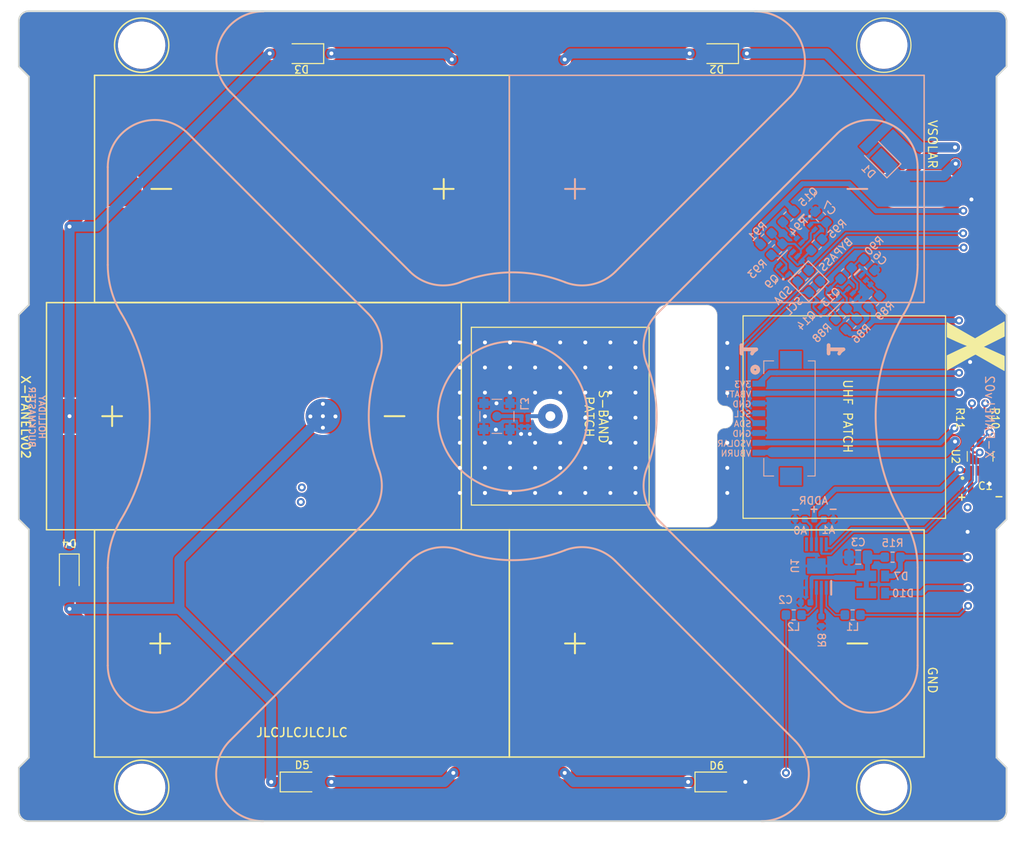
<source format=kicad_pcb>
(kicad_pcb (version 20221018) (generator pcbnew)
  (layers (0 "F.Cu" signal) (1 "In1.Cu" signal) (2 "In2.Cu" signal) (3 "In3.Cu" signal) (4 "In4.Cu" signal) (31 "B.Cu" signal) (34 "B.Paste" user) (35 "F.Paste" user) (36 "B.SilkS" user "B.Silkscreen") (37 "F.SilkS" user "F.Silkscreen") (38 "B.Mask" user) (39 "F.Mask" user) (44 "Edge.Cuts" user))
  (net 0 "")
  (net 1 "GND")
  (net 2 "Net-(AE1-A)")
  (net 3 "SDA")
  (net 4 "SCL")
  (net 5 "+3.3V")
  (net 6 "Net-(D10-K)")
  (net 7 "/torque-coil")
  (net 8 "Net-(J2-In)")
  (net 9 "Net-(Q13B-G1)")
  (net 10 "Net-(Q15A-G2)")
  (net 11 "Net-(D1-A)")
  (net 12 "Net-(D2-A)")
  (net 13 "Net-(D3-A)")
  (net 14 "Net-(D4-A)")
  (net 15 "Net-(D5-A)")
  (net 16 "Net-(U1-OUT2)")
  (net 17 "/VBURN")
  (net 18 "Net-(J1-PadMP1)")
  (net 19 "VBATT")
  (net 20 "Net-(U1-OUT1)")
  (net 21 "Net-(Q15B-D2)")
  (net 22 "Net-(Q9A-B1)")
  (net 23 "Net-(Q13A-G2)")
  (net 24 "/VSOLAR")
  (net 25 "Net-(Q13A-D1)")
  (net 26 "Net-(Q14A-B1)")
  (net 27 "Net-(Q15A-D1)")
  (net 28 "SDA1_b4iso")
  (net 29 "SCL1_b4iso")
  (net 30 "Net-(U2-ADDR_SEL)")
  (net 31 "Net-(U1-A1)")
  (net 32 "Net-(U1-A0)")
  (net 33 "Net-(U1-ISENSE)")
  (footprint "Diode_SMD:D_PowerDI-123" (layer "F.Cu") (at 169.164 68.29552 180)
    (fp_text reference "D2")
    (fp_text value "SBD")
  )
  (footprint "Diode_SMD:D_PowerDI-123" (layer "F.Cu") (at 127.164 68.29552 180)
    (fp_text reference "D3")
    (fp_text value "SBD")
  )
  (footprint "Diode_SMD:D_PowerDI-123" (layer "F.Cu") (at 103.6066 121.158 -90)
    (fp_text reference "D4")
    (fp_text value "SBD")
  )
  (footprint "custom-footprints:SM141K06L" (layer "F.Cu") (at 127.164 128.016 180)
    (fp_text reference "SC5" hide)
    (fp_text value "SM141K06L")
  )
  (footprint "custom-footprints:SM141K06L" (layer "F.Cu") (at 122.301 105.0036 180)
    (fp_text reference "SC3" hide)
    (fp_text value "SM141K06L")
  )
  (footprint "Diode_SMD:D_PowerDI-123" (layer "F.Cu") (at 127.164 142.0368)
    (fp_text reference "D5")
    (fp_text value "SBD")
  )
  (footprint "Fiducial:Fiducial_0.75mm_Mask1.5mm" (layer "F.Cu") (at 197.2056 65.3796)
    (fp_text reference "FID1" hide)
    (fp_text value "Fiducial")
  )
  (footprint "Fiducial:Fiducial_0.75mm_Mask1.5mm" (layer "F.Cu") (at 99.9236 65.278)
    (fp_text reference "FID2" hide)
    (fp_text value "Fiducial")
  )
  (footprint "Fiducial:Fiducial_0.75mm_Mask1.5mm" (layer "F.Cu") (at 99.6696 144.78)
    (fp_text reference "FID3" hide)
    (fp_text value "Fiducial")
  )
  (footprint "custom-footprints:SM141K06L" (layer "F.Cu") (at 127.164 81.9912)
    (fp_text reference "SC2" hide)
    (fp_text value "SM141K06L")
  )
  (footprint "custom-footprints:SM141K06L" (layer "F.Cu") (at 169.164 128.016 180)
    (fp_text reference "SC6" hide)
    (fp_text value "SM141K06L")
  )
  (footprint "custom-footprints:SXP.18.4.A.02" (layer "F.Cu") (at 152.3187 105.0036)
    (fp_text reference "AE1" hide)
    (fp_text value "SXP.18.4.A.02")
  )
  (footprint "MountingHole:MountingHole_4.3mm_M4" (layer "F.Cu") (at 110.937827 67.438381)
    (fp_text reference "H1" hide)
    (fp_text value "MountingHole")
  )
  (footprint "MountingHole:MountingHole_4.3mm_M4" (layer "F.Cu") (at 186.079825 67.438381)
    (fp_text reference "H2" hide)
    (fp_text value "MountingHole")
  )
  (footprint "MountingHole:MountingHole_4.3mm_M4" (layer "F.Cu") (at 186.079825 142.580381)
    (fp_text reference "H3" hide)
    (fp_text value "MountingHole")
  )
  (footprint "MountingHole:MountingHole_4.3mm_M4" (layer "F.Cu") (at 110.937827 142.580381)
    (fp_text reference "H4" hide)
    (fp_text value "MountingHole")
  )
  (footprint "Diode_SMD:D_PowerDI-123" (layer "F.Cu") (at 169.164 142.0368)
    (fp_text reference "D6")
    (fp_text value "SBD")
  )
  (footprint "Resistor_SMD:R_0402_1005Metric" (layer "F.Cu") (at 196.2785 113.18748 180)
    (fp_text reference "R2" hide)
    (fp_text value "0")
  )
  (footprint "Capacitor_SMD:C_0402_1005Metric" (layer "F.Cu") (at 194.3735 112.04448 180)
    (fp_text reference "C1")
    (fp_text value "0.1uF")
  )
  (footprint "custom-footprints:TSL2561" (layer "F.Cu") (at 195.8315 109.07268 90)
    (fp_text reference "U2")
    (fp_text value "TSL2561" hide)
  )
  (footprint "Resistor_SMD:R_0402_1005Metric" (layer "F.Cu") (at 195.3095 113.18748 180)
    (fp_text reference "R1" hide)
    (fp_text value "0")
  )
  (footprint "Resistor_SMD:R_0402_1005Metric" (layer "F.Cu") (at 196.2785 105.283 90)
    (fp_text reference "R10")
    (fp_text value "10K")
  )
  (footprint "Resistor_SMD:R_0402_1005Metric" (layer "F.Cu") (at 194.945 105.283 90)
    (fp_text reference "R11")
    (fp_text value "10K")
  )
  (footprint "custom-footprints:xpanel" (layer "F.Cu") (at 195.3895 97.917 90)
    (fp_text reference "Ref**" hide)
    (fp_text value "Val**" hide)
  )
  (footprint "custom-footprints:SM141K06L" (layer "B.Cu") (at 169.164 81.9912 180)
    (fp_text reference "SC1" hide)
    (fp_text value "SM141K06L")
  )
  (footprint "custom-footprints:0734152063" (layer "B.Cu") (at 146.90598 105.01884)
    (fp_text reference "J2" hide)
    (fp_text value "MMCX_SMD" hide)
  )
  (footprint "Capacitor_SMD:C_0201_0603Metric" (layer "B.Cu") (at 149.3876 105.7021 -90)
    (fp_text reference "C4" hide)
    (fp_text value "TBD")
  )
  (footprint "Capacitor_SMD:C_0201_0603Metric" (layer "B.Cu") (at 150.0276 105.7021 -90)
    (fp_text reference "C5" hide)
    (fp_text value "TBD")
  )
  (footprint "Inductor_SMD:L_0201_0603Metric" (layer "B.Cu") (at 149.7076 105.0036 180)
    (fp_text reference "L3")
    (fp_text value "TBD")
  )
  (footprint "custom-footprints:XF3M108151B" (layer "B.Cu") (at 173.9265 104.2035 -90)
    (fp_text reference "J1" hide)
    (fp_text value "XF3M(1)-0815-1B" hide)
  )
  (footprint "Diode_SMD:D_PowerDI-123" (layer "B.Cu") (at 185.547 78.613 135)
    (fp_text reference "D1")
    (fp_text value "SBD")
  )
  (footprint "custom-footprints:DRV8830DGQR" (layer "B.Cu") (at 179.25476 120.17448 90)
    (fp_text reference "U1")
    (fp_text value "DRV8830DGQR" hide)
  )
  (footprint "Resistor_SMD:R_0402_1005Metric" (layer "B.Cu") (at 179.75476 125.76248 90)
    (fp_text reference "R8")
    (fp_text value "0")
  )
  (footprint "Resistor_SMD:R_0402_1005Metric" (layer "B.Cu") (at 178.55946 115.443)
    (fp_text reference "R5" hide)
    (fp_text value "0")
  )
  (footprint "Capacitor_SMD:C_0805_2012Metric" (layer "B.Cu") (at 183.4896 119.2784 180)
    (fp_text reference "C3")
    (fp_text value "10uF")
  )
  (footprint "Inductor_SMD:L_0603_1608Metric" (layer "B.Cu") (at 176.95606 125.12748)
    (fp_text reference "L2")
    (fp_text value "TBD")
  )
  (footprint "Capacitor_SMD:C_0402_1005Metric" (layer "B.Cu") (at 178.16256 123.85748 180)
    (fp_text reference "C2")
    (fp_text value "0.1uF")
  )
  (footprint "Inductor_SMD:L_0603_1608Metric" (layer "B.Cu") (at 182.92506 125.12748 180)
    (fp_text reference "L1")
    (fp_text value "TBD")
  )
  (footprint "Resistor_SMD:R_0603_1608Metric" (layer "B.Cu") (at 186.9694 119.2784 180)
    (fp_text reference "R15")
    (fp_text value "0")
  )
  (footprint "custom-footprints:SOD-323HE" (layer "B.Cu") (at 184.8612 122.9106)
    (fp_text reference "D10")
    (fp_text value "SBD")
  )
  (footprint "custom-footprints:SOD-323HE" (layer "B.Cu") (at 184.8612 121.1834)
    (fp_text reference "D7")
    (fp_text value "SBD")
  )
  (footprint "Resistor_SMD:R_0603_1608Metric" (layer "B.Cu") (at 176.42089 84.789697 45)
    (fp_text reference "R94")
    (fp_text value "10K")
  )
  (footprint "Resistor_SMD:R_0603_1608Metric" (layer "B.Cu") (at 174.173816 87.036771 45)
    (fp_text reference "R91")
    (fp_text value "10K")
  )
  (footprint "Resistor_SMD:R_0402_1005Metric" (layer "B.Cu") (at 180.48986 115.443 180)
    (fp_text reference "R6" hide)
    (fp_text value "0")
  )
  (footprint "Resistor_SMD:R_0402_1005Metric" (layer "B.Cu") (at 179.52466 115.443 180)
    (fp_text reference "R4" hide)
    (fp_text value "0")
  )
  (footprint "Resistor_SMD:R_0402_1005Metric" (layer "B.Cu") (at 177.59426 115.443)
    (fp_text reference "R7" hide)
    (fp_text value "0")
  )
  (footprint "Resistor_SMD:R_0603_1608Metric" (layer "B.Cu") (at 179.276612 87.645419 -135)
    (fp_text reference "R95")
    (fp_text value "100K")
  )
  (footprint "Capacitor_SMD:C_0603_1608Metric" (layer "B.Cu") (at 179.705 84.835999 135)
    (fp_text reference "C7")
    (fp_text value "10nF")
  )
  (footprint "custom-footprints:BSS138DWQ-7" (layer "B.Cu") (at 177.947534 86.31634 -135)
    (fp_text reference "Q15")
    (fp_text value "BSS138DWQ-7" hide)
  )
  (footprint "custom-footprints:BSS138DWQ-7" (layer "B.Cu") (at 183.602422 91.884961 -135)
    (fp_text reference "Q13")
    (fp_text value "BSS138DWQ-7" hide)
  )
  (footprint "Package_TO_SOT_SMD:SOT-363_SC-70-6" (layer "B.Cu") (at 176.641759 89.504714 45)
    (fp_text reference "Q9")
    (fp_text value "MBT2222ADW1T1")
  )
  (footprint "Package_TO_SOT_SMD:SOT-363_SC-70-6" (layer "B.Cu") (at 180.370193 93.233148 45)
    (fp_text reference "Q14")
    (fp_text value "MBT2222ADW1T1")
  )
  (footprint "Resistor_SMD:R_0603_1608Metric" (layer "B.Cu") (at 175.26 88.1126 45)
    (fp_text reference "R93")
    (fp_text value "600")
  )
  (footprint "Resistor_SMD:R_0603_1608Metric" (layer "B.Cu") (at 177.927 90.804999 45)
    (fp_text reference "R80" hide)
    (fp_text value "0")
  )
  (footprint "Resistor_SMD:R_0603_1608Metric" (layer "B.Cu") (at 179.07 91.8845 45)
    (fp_text reference "R79" hide)
    (fp_text value "0")
  )
  (footprint "Capacitor_SMD:C_0603_1608Metric" (layer "B.Cu") (at 184.5945 89.662 -45)
    (fp_text reference "C6")
    (fp_text value "10nF")
  )
  (footprint "Resistor_SMD:R_0603_1608Metric" (layer "B.Cu") (at 181.771113 94.634068 -135)
    (fp_text reference "R88")
    (fp_text value "600")
  )
  (footprint "Resistor_SMD:R_0603_1608Metric" (layer "B.Cu") (at 182.785923 95.648878 45)
    (fp_text reference "R86")
    (fp_text value "10K")
  )
  (footprint "Resistor_SMD:R_0603_1608Metric" (layer "B.Cu") (at 185.083257 93.365796 -135)
    (fp_text reference "R89")
    (fp_text value "10K")
  )
  (footprint "Resistor_SMD:R_0603_1608Metric" (layer "B.Cu") (at 182.264363 90.546902 -135)
    (fp_text reference "R90")
    (fp_text value "100K")
  )
  (gr_arc (start 107.505422 79.785475) (mid 110.453231 75.373765) (end 115.657198 76.408897) (stroke (width 0.2)) (layer "B.SilkS"))
  (gr_line (start 115.657198 133.620063) (end 133.855378 115.421882) (stroke (width 0.2)) (layer "B.SilkS"))
  (gr_arc (start 143.209192 91.436873) (mid 140.494007 91.661295) (end 138.098019 90.364437) (stroke (width 0.2)) (layer "B.SilkS"))
  (gr_arc (start 158.912409 90.36485) (mid 156.516263 91.661414) (end 153.801105 91.43666) (stroke (width 0.2)) (layer "B.SilkS"))
  (gr_arc (start 134.926306 110.306843) (mid 133.931421 105.012698) (end 134.927601 99.718796) (stroke (width 0.2)) (layer "B.SilkS"))
  (gr_arc (start 138.098433 119.66411) (mid 140.494579 118.367546) (end 143.209737 118.5923) (stroke (width 0.2)) (layer "B.SilkS"))
  (gr_arc (start 119.899839 72.166257) (mid 118.864706 66.962291) (end 123.276415 64.014481) (stroke (width 0.2)) (layer "B.SilkS"))
  (gr_arc (start 173.022666 64.014481) (mid 177.706754 67.14429) (end 176.607711 72.669549) (stroke (width 0.2)) (layer "B.SilkS"))
  (gr_line (start 158.912823 90.364437) (end 176.607711 72.669549) (stroke (width 0.2)) (layer "B.SilkS"))
  (gr_arc (start 108.865903 94.591799) (mid 107.851841 92.231507) (end 107.505422 89.686061) (stroke (width 0.2)) (layer "B.SilkS"))
  (gr_arc (start 115.657198 133.620062) (mid 110.453232 134.655195) (end 107.505422 130.243486) (stroke (width 0.2)) (layer "B.SilkS"))
  (gr_line (start 107.505422 79.785474) (end 107.505422 89.686061) (stroke (width 0.2)) (layer "B.SilkS"))
  (gr_arc (start 133.855791 94.607492) (mid 135.152355 97.003638) (end 134.927601 99.718796) (stroke (width 0.2)) (layer "B.SilkS"))
  (gr_arc (start 143.213058 91.435365) (mid 148.507203 90.44048) (end 153.801105 91.43666) (stroke (width 0.2)) (layer "B.SilkS"))
  (gr_arc (start 134.927814 110.310709) (mid 135.152236 113.025894) (end 133.855378 115.421882) (stroke (width 0.2)) (layer "B.SilkS"))
  (gr_arc (start 107.505421 120.343992) (mid 107.851549 117.798506) (end 108.86534 115.438098) (stroke (width 0.2)) (layer "B.SilkS"))
  (gr_line (start 107.505422 120.342899) (end 107.505422 130.243486) (stroke (width 0.2)) (layer "B.SilkS"))
  (gr_line (start 119.899838 72.166257) (end 138.098019 90.364437) (stroke (width 0.2)) (layer "B.SilkS"))
  (gr_line (start 133.855378 94.607078) (end 115.657198 76.408897) (stroke (width 0.2)) (layer "B.SilkS"))
  (gr_arc (start 108.862948 94.586881) (mid 111.755421 105.012158) (end 108.86534 115.438098) (stroke (width 0.2)) (layer "B.SilkS"))
  (gr_line (start 189.505 79.779413) (end 189.505 89.68) (stroke (width 0.2)) (layer "B.SilkS"))
  (gr_arc (start 181.353224 76.402837) (mid 186.55719 75.367704) (end 189.505 79.779413) (stroke (width 0.2)) (layer "B.SilkS"))
  (gr_arc (start 188.145081 115.432037) (mid 189.158726 117.791919) (end 189.505 120.336838) (stroke (width 0.2)) (layer "B.SilkS"))
  (gr_arc (start 189.505 130.237424) (mid 186.557191 134.649134) (end 181.353224 133.614002) (stroke (width 0.2)) (layer "B.SilkS"))
  (gr_line (start 163.155044 94.601017) (end 181.353224 76.402836) (stroke (width 0.2)) (layer "B.SilkS"))
  (gr_arc (start 162.082821 99.712734) (mid 161.858127 96.997291) (end 163.155044 94.601017) (stroke (width 0.2)) (layer "B.SilkS"))
  (gr_arc (start 162.08282 99.712734) (mid 163.079 105.008418) (end 162.082821 110.304103) (stroke (width 0.2)) (layer "B.SilkS"))
  (gr_arc (start 163.155044 115.415821) (mid 161.858127 113.019547) (end 162.082821 110.304103) (stroke (width 0.2)) (layer "B.SilkS"))
  (gr_line (start 181.353224 133.614002) (end 163.155044 115.415821) (stroke (width 0.2)) (layer "B.SilkS"))
  (gr_line (start 189.505 120.336838) (end 189.505 130.237425) (stroke (width 0.2)) (layer "B.SilkS"))
  (gr_arc (start 188.145082 115.432037) (mid 185.255001 105.008419) (end 188.145082 94.584801) (stroke (width 0.2)) (layer "B.SilkS"))
  (gr_arc (start 189.505001 89.68) (mid 189.158727 92.224919) (end 188.145082 94.584801) (stroke (width 0.2)) (layer "B.SilkS"))
  (gr_line (start 179.6415 94.8055) (end 179.7685 94.8055) (stroke (width 0.12)) (layer "B.SilkS"))
  (gr_line (start 179.7685 94.8055) (end 179.7685 94.9325) (stroke (width 0.12)) (layer "B.SilkS"))
  (gr_line (start 179.7685 94.9325) (end 179.6415 94.9325) (stroke (width 0.12)) (layer "B.SilkS"))
  (gr_line (start 179.6415 94.9325) (end 179.6415 94.8055) (stroke (width 0.12)) (layer "B.SilkS"))
  (gr_line (start 183.007 93.4085) (end 183.007 93.5355) (stroke (width 0.12)) (layer "B.SilkS"))
  (gr_line (start 183.007 93.5355) (end 182.88 93.5355) (stroke (width 0.12)) (layer "B.SilkS"))
  (gr_line (start 182.88 93.5355) (end 182.88 93.4085) (stroke (width 0.12)) (layer "B.SilkS"))
  (gr_line (start 182.88 93.4085) (end 183.007 93.4085) (stroke (width 0.12)) (layer "B.SilkS"))
  (gr_line (start 178.6255 84.836) (end 178.4985 84.836) (stroke (width 0.12)) (layer "B.SilkS"))
  (gr_line (start 178.6255 84.709) (end 178.6255 84.836) (stroke (width 0.12)) (layer "B.SilkS"))
  (gr_line (start 178.4985 84.709) (end 178.6255 84.709) (stroke (width 0.12)) (layer "B.SilkS"))
  (gr_line (start 178.4985 84.836) (end 178.4985 84.709) (stroke (width 0.12)) (layer "B.SilkS"))
  (gr_arc (start 153.780686 118.586239) (mid 156.496129 118.361545) (end 158.892403 119.658462) (stroke (width 0.2)) (layer "B.SilkS"))
  (gr_line (start 175.9585 91.186) (end 175.8315 91.186) (stroke (width 0.12)) (layer "B.SilkS"))
  (gr_line (start 180.5305 91.3765) (end 178.435 89.281) (stroke (width 0.12)) (layer "B.SilkS"))
  (gr_arc (start 153.780686 118.586238) (mid 148.485002 119.582418) (end 143.189317 118.586239) (stroke (width 0.2)) (layer "B.SilkS"))
  (gr_line (start 179.451 90.3605) (end 177.4825 92.329) (stroke (width 0.12)) (layer "B.SilkS"))
  (gr_line (start 138.077599 119.658462) (end 119.879418 137.856642) (stroke (width 0.2)) (layer "B.SilkS"))
  (gr_line (start 175.8315 91.186) (end 175.8315 91.059) (stroke (width 0.12)) (layer "B.SilkS"))
  (gr_line (start 177.090584 137.856642) (end 158.892403 119.658462) (stroke (width 0.2)) (layer "B.SilkS"))
  (gr_line (start 176.403 91.313) (end 178.4985 93.4085) (stroke (width 0.12)) (layer "B.SilkS"))
  (gr_line (start 175.9585 91.059) (end 175.9585 91.186) (stroke (width 0.12)) (layer "B.SilkS"))
  (gr_arc (start 123.255996 146.008418) (mid 118.844286 143.060609) (end 119.879418 137.856642) (stroke (width 0.2)) (layer "B.SilkS"))
  (gr_circle (center 148.507906 105.006821) (end 148.507906 97.432821) (stroke (width 0.2)) (fill none) (layer "B.SilkS"))
  (gr_line (start 175.8315 91.059) (end 175.9585 91.059) (stroke (width 0.12)) (layer "B.SilkS"))
  (gr_arc (start 177.090583 137.856642) (mid 178.125716 143.060608) (end 173.714007 146.008418) (stroke (width 0.2)) (layer "B.SilkS"))
  (gr_line (start 176.403 91.313) (end 178.435 89.281) (stroke (width 0.12)) (layer "B.SilkS"))
  (gr_line (start 178.4985 93.4085) (end 180.5305 91.3765) (stroke (width 0.12)) (layer "B.SilkS"))
  (gr_circle (center 186.079825 142.580381) (end 188.829825 142.580381) (stroke (width 0.1524)) (fill none) (layer "F.SilkS"))
  (gr_circle (center 110.937827 67.438381) (end 113.687827 67.438381) (stroke (width 0.1524)) (fill none) (layer "F.SilkS"))
  (gr_circle (center 110.937827 142.580381) (end 113.687827 142.580381) (stroke (width 0.1524)) (fill none) (layer "F.SilkS"))
  (gr_line (start 162.3187 96.0036) (end 162.3187 114.0036) (stroke (width 0.12)) (layer "F.SilkS"))
  (gr_line (start 144.3187 114.0036) (end 162.3187 114.0036) (stroke (width 0.12)) (layer "F.SilkS"))
  (gr_line (start 144.3187 96.0036) (end 162.3187 96.0036) (stroke (width 0.12)) (layer "F.SilkS"))
  (gr_line (start 171.8288 94.8442) (end 192.3288 94.8442) (stroke (width 0.12)) (layer "F.SilkS"))
  (gr_line (start 192.3288 115.3442) (end 192.3288 94.8442) (stroke (width 0.12)) (layer "F.SilkS"))
  (gr_line (start 171.8288 94.8442) (end 171.8288 115.3442) (stroke (width 0.12)) (layer "F.SilkS"))
  (gr_line (start 192.3288 115.3442) (end 171.8288 115.3442) (stroke (width 0.12)) (layer "F.SilkS"))
  (gr_circle (center 186.079825 67.437) (end 188.829825 67.437) (stroke (width 0.12)) (fill none) (layer "F.SilkS"))
  (gr_circle (center 194.04838 111.27232) (end 194.14838 111.27232) (stroke (width 0.175)) (fill none) (layer "F.SilkS"))
  (gr_line (start 144.3187 114.0036) (end 144.3187 96.0036) (stroke (width 0.12)) (layer "F.SilkS"))
  (gr_line (start 198.5009 94.7419) (end 198.5011 115.4465) (stroke (width 0.1778)) (layer "Edge.Cuts"))
  (gr_line (start 99.5011 64.0036) (end 197.5011 64.0036) (stroke (width 0.1778)) (layer "Edge.Cuts"))
  (gr_line (start 197.5009 146.0036) (end 99.5011 146.0036) (stroke (width 0.1778)) (layer "Edge.Cuts"))
  (gr_line (start 198.5009 145.0036) (end 198.50095 140.59255) (stroke (width 0.1778)) (layer "Edge.Cuts"))
  (gr_arc (start 197.5011 64.0036) (mid 198.208207 64.296493) (end 198.5011 65.0036) (stroke (width 0.1778)) (layer "Edge.Cuts"))
  (gr_arc (start 198.5009 145.0036) (mid 198.208007 145.710707) (end 197.5009 146.0036) (stroke (width 0.1778)) (layer "Edge.Cuts"))
  (gr_arc (start 98.5011 65.0036) (mid 98.793993 64.296493) (end 99.5011 64.0036) (stroke (width 0.1778)) (layer "Edge.Cuts"))
  (gr_arc (start 99.5011 146.0036) (mid 98.793993 145.710707) (end 98.5011 145.0036) (stroke (width 0.1778)) (layer "Edge.Cuts"))
  (gr_line (start 198.5011 115.4465) (end 197.4849 116.4626) (stroke (width 0.1778)) (layer "Edge.Cuts"))
  (gr_line (start 197.48485 139.57645) (end 197.4849 116.4626) (stroke (width 0.1778)) (layer "Edge.Cuts"))
  (gr_line (start 197.4848 93.7258) (end 197.48485 70.61195) (stroke (width 0.1778)) (layer "Edge.Cuts"))
  (gr_line (start 198.5009 94.7419) (end 197.4848 93.7258) (stroke (width 0.1778)) (layer "Edge.Cuts"))
  (gr_line (start 198.50105 69.59585) (end 197.48485 70.61195) (stroke (width 0.1778)) (layer "Edge.Cuts"))
  (gr_line (start 198.50105 69.59585) (end 198.5011 65.0036) (stroke (width 0.1778)) (layer "Edge.Cuts"))
  (gr_line (start 198.50095 140.59255) (end 197.48485 139.57645) (stroke (width 0.1778)) (layer "Edge.Cuts"))
  (gr_line (start 98.5011 145.0036) (end 98.50115 140.59255) (stroke (width 0.1778)) (layer "Edge.Cuts"))
  (gr_line (start 99.51725 139.57645) (end 98.50115 140.59255) (stroke (width 0.1778)) (layer "Edge.Cuts"))
  (gr_line (start 99.5173 116.4626) (end 99.51725 139.57645) (stroke (width 0.1778)) (layer "Edge.Cuts"))
  (gr_line (start 99.5173 116.4626) (end 98.5012 115.4464) (stroke (width 0.1778)) (layer "Edge.Cuts"))
  (gr_line (start 98.501 94.7454) (end 98.5012 115.4464) (stroke (width 0.1778)) (layer "Edge.Cuts"))
  (gr_line (start 99.5171 93.7293) (end 99.51715 70.61545) (stroke (width 0.1778)) (layer "Edge.Cuts"))
  (gr_line (start 99.51715 70.61545) (end 98.50105 69.59925) (stroke (width 0.1778)) (layer "Edge.Cuts"))
  (gr_line (start 98.50105 69.59925) (end 98.5011 65.0036) (stroke (width 0.1778)) (layer "Edge.Cuts"))
  (gr_line (start 99.5171 93.7293) (end 98.501 94.7454) (stroke (width 0.1778)) (layer "Edge.Cuts"))
  (gr_line (start 169.2148 103.2036) (end 169.2148 94.8214) (stroke (width 0.05)) (layer "Edge.Cuts"))
  (gr_line (start 164.025416 116.2526) (end 168.148 116.2526) (stroke (width 0.05)) (layer "Edge.Cuts"))
  (gr_line (start 168.148 93.7546) (end 164.025416 93.7546) (stroke (width 0.05)) (layer "Edge.Cuts"))
  (gr_arc (start 164.025416 116.2526) (mid 163.271074 115.940142) (end 162.958616 115.1858) (stroke (width 0.05)) (layer "Edge.Cuts"))
  (gr_arc (start 168.148 93.7546) (mid 168.902342 94.067058) (end 169.2148 94.8214) (stroke (width 0.05)) (layer "Edge.Cuts"))
  (gr_arc (start 162.958616 94.8214) (mid 163.271074 94.067058) (end 164.025416 93.7546) (stroke (width 0.05)) (layer "Edge.Cuts"))
  (gr_line (start 162.958616 115.1858) (end 162.958616 94.8214) (stroke (width 0.05)) (layer "Edge.Cuts"))
  (gr_arc (start 169.9768 103.9656) (mid 169.437985 103.742415) (end 169.2148 103.2036) (stroke (width 0.05)) (layer "Edge.Cuts"))
  (gr_arc (start 169.2148 106.9848) (mid 169.437985 106.445985) (end 169.9768 106.2228) (stroke (width 0.05)) (layer "Edge.Cuts"))
  (gr_arc (start 170.8006 105.399) (mid 170.559315 105.981515) (end 169.9768 106.2228) (stroke (width 0.05)) (layer "Edge.Cuts"))
  (gr_arc (start 169.9768 103.9656) (mid 170.559315 104.206885) (end 170.8006 104.7894) (stroke (width 0.05)) (layer "Edge.Cuts"))
  (gr_line (start 169.2148 106.9848) (end 169.2148 115.1858) (stroke (width 0.05)) (layer "Edge.Cuts"))
  (gr_line (start 170.8006 104.7894) (end 170.8006 105.399) (stroke (width 0.05)) (layer "Edge.Cuts"))
  (gr_arc (start 169.2148 115.1858) (mid 168.902342 115.940142) (end 168.148 116.2526) (stroke (width 0.05)) (layer "Edge.Cuts"))
  (gr_text "X-PANELv02" (at 196.7992 105.0942 270) (layer "B.SilkS") (effects (font (size 0.889 0.889) (thickness 0.127)) (justify mirror)))
  (gr_text "HOLLIDAY\nBUCKMASTER" (at 100.33 105.0959 270) (layer "B.SilkS") (effects (font (size 0.635 0.635) (thickness 0.127)) (justify mirror)))
  (gr_text "3V3\nVBATT\nGND\nSCL\nSDA\nGND\nVSOLAR\nVBURN" (at 172.72 105.283) (layer "B.SilkS") (effects (font (size 0.62 0.62) (thickness 0.1016)) (justify left mirror)))
  (gr_text "1" (at 181.1655 98.2345 270) (layer "B.SilkS") (effects (font (size 1.5 1.5) (thickness 0.375)) (justify mirror)))
  (gr_text "-" (at 177.1396 114.427) (layer "B.SilkS") (effects (font (size 0.762 0.762) (thickness 0.1524)) (justify mirror)))
  (gr_text "A0" (at 177.6095 116.586) (layer "B.SilkS") (effects (font (size 0.762 0.762) (thickness 0.127)) (justify mirror)))
  (gr_text "A1" (at 180.467 116.5225) (layer "B.SilkS") (effects (font (size 0.762 0.762) (thickness 0.127)) (justify mirror)))
  (gr_text "ADDR" (at 178.9684 113.5634) (layer "B.SilkS") (effects (font (size 0.762 0.762) (thickness 0.127)) (justify mirror)))
  (gr_text "-" (at 180.9496 114.3762) (layer "B.SilkS") (effects (font (size 0.762 0.762) (thickness 0.1524)) (justify mirror)))
  (gr_text "+" (at 179.07 114.427 270) (layer "B.SilkS") (effects (font (size 0.762 0.762) (thickness 0.1524)) (justify mirror)))
  (gr_text "SDA" (at 175.895 92.7735 45) (layer "B.SilkS") (effects (font (size 0.762 0.762) (thickness 0.127)) (justify mirror)))
  (gr_text "SCL" (at 176.9745 93.853 45) (layer "B.SilkS") (effects (font (size 0.762 0.762) (thickness 0.127)) (justify mirror)))
  (gr_text "BYPASS" (at 181.229 88.646 45) (layer "B.SilkS") (effects (font (size 0.762 0.762) (thickness 0.127)) (justify mirror)))
  (gr_text "1" (at 172.339 98.2345 270) (layer "B.SilkS") (effects (font (size 1.5 1.5) (thickness 0.375)) (justify mirror)))
  (gr_text "X-PANELv02" (at 99.187 105.0925 270) (layer "F.SilkS") (effects (font (size 0.889 0.889) (thickness 0.1524))))
  (gr_text "+" (at 193.9798 113.16208) (layer "F.SilkS") (effects (font (size 0.762 0.762) (thickness 0.1524))))
  (gr_text "-" (at 197.739 113.21288 180) (layer "F.SilkS") (effects (font (size 0.762 0.762) (thickness 0.1524))))
  (gr_text "VSOLAR" (at 191.008 77.47 270) (layer "F.SilkS") (effects (font (size 0.889 0.889) (thickness 0.127))))
  (gr_text "S-BAND\nPATCH" (at 156.9593 105.05694 270) (layer "F.SilkS") (effects (font (size 0.889 0.889) (thickness 0.127))))
  (gr_text "UHF PATCH" (at 182.4228 105.0036 270) (layer "F.SilkS") (effects (font (size 0.889 0.889) (thickness 0.127))))
  (gr_text "GND" (at 191.008 131.7244 270) (layer "F.SilkS") (effects (font (size 0.889 0.889) (thickness 0.127))))
  (gr_text "JLCJLCJLCJLC" (at 127.164 137.033) (layer "F.SilkS") (effects (font (size 0.9 0.9))))
  (segment (start 187.198 128.016) (end 191.698 128.016) (width 3.5) (layer "F.Cu") (net 1))
  (segment (start 187.164 128.016) (end 187.397246 128.016) (width 3.5) (layer "F.Cu") (net 1))
  (segment (start 170.689 142.0368) (end 172.0596 142.0368) (width 1.016) (layer "F.Cu") (net 1))
  (segment (start 187.164 128.016) (end 184.689127 128.016) (width 1.016) (layer "F.Cu") (net 1))
  (via (at 149.352 106.807) (size 0.8) (drill 0.4) (layers "F.Cu" "B.Cu") (net 1))
  (via (at 150.241 106.807) (size 0.8) (drill 0.4) (layers "F.Cu" "B.Cu") (net 1))
  (via (at 148.2344 97.536) (size 0.8) (drill 0.4) (layers "F.Cu" "B.Cu") (net 1))
  (via (at 150.7744 97.536) (size 0.8) (drill 0.4) (layers "F.Cu" "B.Cu") (net 1))
  (via (at 153.3144 97.536) (size 0.8) (drill 0.4) (layers "F.Cu" "B.Cu") (net 1))
  (via (at 155.8544 97.536) (size 0.8) (drill 0.4) (layers "F.Cu" "B.Cu") (net 1))
  (via (at 158.3944 97.536) (size 0.8) (drill 0.4) (layers "F.Cu" "B.Cu") (net 1))
  (via (at 160.9344 97.536) (size 0.8) (drill 0.4) (layers "F.Cu" "B.Cu") (net 1))
  (via (at 145.6944 100.076) (size 0.8) (drill 0.4) (layers "F.Cu" "B.Cu") (net 1))
  (via (at 148.2344 100.076) (size 0.8) (drill 0.4) (layers "F.Cu" "B.Cu") (net 1))
  (via (at 150.7744 100.076) (size 0.8) (drill 0.4) (layers "F.Cu" "B.Cu") (net 1))
  (via (at 153.3144 100.076) (size 0.8) (drill 0.4) (layers "F.Cu" "B.Cu") (net 1))
  (via (at 155.8544 100.076) (size 0.8) (drill 0.4) (layers "F.Cu" "B.Cu") (net 1))
  (via (at 158.3944 100.076) (size 0.8) (drill 0.4) (layers "F.Cu" "B.Cu") (net 1))
  (via (at 160.9344 100.076) (size 0.8) (drill 0.4) (layers "F.Cu" "B.Cu") (net 1))
  (via (at 145.6944 102.616) (size 0.8) (drill 0.4) (layers "F.Cu" "B.Cu") (net 1))
  (via (at 148.2344 102.616) (size 0.8) (drill 0.4) (layers "F.Cu" "B.Cu") (net 1))
  (via (at 150.7744 102.616) (size 0.8) (drill 0.4) (layers "F.Cu" "B.Cu") (net 1))
  (via (at 153.3144 102.616) (size 0.8) (drill 0.4) (layers "F.Cu" "B.Cu") (net 1))
  (via (at 155.8544 102.616) (size 0.8) (drill 0.4) (layers "F.Cu" "B.Cu") (net 1))
  (via (at 158.3944 102.616) (size 0.8) (drill 0.4) (layers "F.Cu" "B.Cu") (net 1))
  (via (at 160.9344 102.616) (size 0.8) (drill 0.4) (layers "F.Cu" "B.Cu") (net 1))
  (via (at 145.6944 105.01884) (size 0.8) (drill 0.4) (layers "F.Cu" "B.Cu") (net 1))
  (via (at 155.8544 105.156) (size 0.8) (drill 0.4) (layers "F.Cu" "B.Cu") (net 1))
  (via (at 158.3944 105.156) (size 0.8) (drill 0.4) (layers "F.Cu" "B.Cu") (net 1))
  (via (at 160.9344 105.156) (size 0.8) (drill 0.4) (layers "F.Cu" "B.Cu") (net 1))
  (via (at 148.2344 107.696) (size 0.8) (drill 0.4) (layers "F.Cu" "B.Cu") (net 1))
  (via (at 150.7744 107.696) (size 0.8) (drill 0.4) (layers "F.Cu" "B.Cu") (net 1))
  (via (at 153.3144 107.696) (size 0.8) (drill 0.4) (layers "F.Cu" "B.Cu") (net 1))
  (via (at 155.8544 107.696) (size 0.8) (drill 0.4) (layers "F.Cu" "B.Cu") (net 1))
  (via (at 158.3944 107.696) (size 0.8) (drill 0.4) (layers "F.Cu" "B.Cu") (net 1))
  (via (at 160.9344 107.696) (size 0.8) (drill 0.4) (layers "F.Cu" "B.Cu") (net 1))
  (via (at 148.2344 110.236) (size 0.8) (drill 0.4) (layers "F.Cu" "B.Cu") (net 1))
  (via (at 150.7744 110.236) (size 0.8) (drill 0.4) (layers "F.Cu" "B.Cu") (net 1))
  (via (at 153.3144 110.236) (size 0.8) (drill 0.4) (layers "F.Cu" "B.Cu") (net 1))
  (via (at 155.8544 110.236) (size 0.8) (drill 0.4) (layers "F.Cu" "B.Cu") (net 1))
  (via (at 158.3944 110.236) (size 0.8) (drill 0.4) (layers "F.Cu" "B.Cu") (net 1))
  (via (at 160.9344 110.236) (size 0.8) (drill 0.4) (layers "F.Cu" "B.Cu") (net 1))
  (via (at 145.6944 112.776) (size 0.8) (drill 0.4) (layers "F.Cu" "B.Cu") (net 1))
  (via (at 148.2344 112.776) (size 0.8) (drill 0.4) (layers "F.Cu" "B.Cu") (net 1))
  (via (at 150.7744 112.776) (size 0.8) (drill 0.4) (layers "F.Cu" "B.Cu") (net 1))
  (via (at 153.3144 112.776) (size 0.8) (drill 0.4) (layers "F.Cu" "B.Cu") (net 1))
  (via (at 155.8544 112.776) (size 0.8) (drill 0.4) (layers "F.Cu" "B.Cu") (net 1))
  (via (at 158.3944 112.776) (size 0.8) (drill 0.4) (layers "F.Cu" "B.Cu") (net 1))
  (via (at 160.9344 112.776) (size 0.8) (drill 0.4) (layers "F.Cu" "B.Cu") (net 1))
  (via (at 170.2308 97.5868) (size 0.8) (drill 0.4) (layers "F.Cu" "B.Cu") (net 1))
  (via (at 170.2308 100.1268) (size 0.8) (drill 0.4) (layers "F.Cu" "B.Cu") (net 1))
  (via (at 170.2308 112.776) (size 0.8) (drill 0.4) (layers "F.Cu" "B.Cu") (net 1))
  (via (at 170.2308 102.6668) (size 0.8) (drill 0.4) (layers "F.Cu" "B.Cu") (net 1))
  (via (at 170.2308 107.696) (size 0.8) (drill 0.4) (layers "F.Cu" "B.Cu") (net 1))
  (via (at 143.1544 100.076) (size 0.8) (drill 0.4) (layers "F.Cu" "B.Cu") (net 1))
  (via (at 143.1544 102.616) (size 0.8) (drill 0.4) (layers "F.Cu" "B.Cu") (net 1))
  (via (at 143.1544 105.156) (size 0.8) (drill 0.4) (layers "F.Cu" "B.Cu") (net 1))
  (via (at 145.6944 107.696) (size 0.8) (drill 0.4) (layers "F.Cu" "B.Cu") (net 1))
  (via (at 143.1544 107.696) (size 0.8) (drill 0.4) (layers "F.Cu" "B.Cu") (net 1))
  (via (at 145.6944 110.236) (size 0.8) (drill 0.4) (layers "F.Cu" "B.Cu") (net 1))
  (via (at 143.1544 110.236) (size 0.8) (drill 0.4) (layers "F.Cu" "B.Cu") (net 1))
  (via (at 145.6944 112.776) (size 0.8) (drill 0.4) (layers "F.Cu" "B.Cu") (net 1))
  (via (at 143.1544 112.776) (size 0.8) (drill 0.4) (layers "F.Cu" "B.Cu") (net 1))
  (via (at 143.1544 97.536) (size 0.8) (drill 0.4) (layers "F.Cu" "B.Cu") (net 1))
  (via (at 194.9524 83.058) (size 0.8) (drill 0.4) (layers "F.Cu" "B.Cu") (net 1))
  (via (at 196.79666 111.86668) (size 0.8) (drill 0.4) (layers "F.Cu" "B.Cu") (net 1))
  (via (at 194.564 116.713) (size 0.8) (drill 0.4) (layers "F.Cu" "B.Cu") (net 1))
  (via (at 170.2308 110.236) (size 0.8) (drill 0.4) (layers "F.Cu" "B.Cu") (net 1))
  (via (at 145.6944 97.536) (size 0.8) (drill 0.4) (layers "F.Cu" "B.Cu") (net 1))
  (via (at 146.8628 103.6955) (size 0.8) (drill 0.4) (layers "F.Cu" "B.Cu") (net 1))
  (via (at 172.0596 142.0368) (size 0.8) (drill 0.4) (layers "F.Cu" "B.Cu") (net 1))
  (via (at 194.818 99.5172) (size 0.8) (drill 0.4) (layers "F.Cu" "B.Cu") (net 1))
  (via (at 146.7993 106.3625) (size 0.8) (drill 0.4) (layers "F.Cu" "B.Cu") (net 1))
  (segment (start 148.22598 103.69884) (end 148.22598 102.746334) (width 0.508) (layer "B.Cu") (net 1))
  (segment (start 145.58598 103.69884) (end 146.85946 103.69884) (width 0.508) (layer "B.Cu") (net 1))
  (segment (start 148.22598 102.746334) (end 148.23948 102.732834) (width 0.508) (layer "B.Cu") (net 1))
  (segment (start 146.85946 103.69884) (end 146.8628 103.6955) (width 0.508) (layer "B.Cu") (net 1))
  (segment (start 148.22598 106.33884) (end 148.22598 107.34882) (width 0.508) (layer "B.Cu") (net 1))
  (segment (start 148.22598 107.34882) (end 148.1963 107.3785) (width 0.508) (layer "B.Cu") (net 1))
  (segment (start 145.58598 106.33884) (end 146.77564 106.33884) (width 0.508) (layer "B.Cu") (net 1))
  (segment (start 146.77564 106.33884) (end 146.7993 106.3625) (width 0.508) (layer "B.Cu") (net 1))
  (segment (start 152.24504 105.01884) (end 152.2552 105.029) (width 0.1524) (layer "B.Cu") (net 2))
  (segment (start 152.3187 105.0036) (end 150.114 105.0036) (width 0.4) (layer "B.Cu") (net 2))
  (segment (start 150.0276 105.0036) (end 150.0276 105.3821) (width 0.1524) (layer "B.Cu") (net 2))
  (segment (start 194.8815 107.62268) (end 194.818 107.55918) (width 0.2032) (layer "F.Cu") (net 3))
  (segment (start 194.945 107.55918) (end 194.8815 107.62268) (width 0.2032) (layer "F.Cu") (net 3))
  (segment (start 195.204815 108.675082) (end 195.78951 108.675082) (width 0.2032) (layer "F.Cu") (net 3))
  (segment (start 194.945 105.768) (end 194.945 107.55918) (width 0.2032) (layer "F.Cu") (net 3))
  (segment (start 194.8815 108.351767) (end 195.204815 108.675082) (width 0.2032) (layer "F.Cu") (net 3))
  (segment (start 194.8815 107.62268) (end 194.8815 108.351767) (width 0.2032) (layer "F.Cu") (net 3))
  (via (at 195.78951 108.675082) (size 0.8) (drill 0.4) (layers "F.Cu" "B.Cu") (net 3))
  (via (at 194.1195 86.487) (size 0.8) (drill 0.4) (layers "F.Cu" "B.Cu") (net 3))
  (segment (start 195.453 109.011592) (end 195.78951 108.675082) (width 0.2032) (layer "B.Cu") (net 3))
  (segment (start 195.453 111.627909) (end 195.453 109.011592) (width 0.2032) (layer "B.Cu") (net 3))
  (segment (start 177.327793 89.666076) (end 176.480398 88.818681) (width 0.2032) (layer "B.Cu") (net 3))
  (segment (start 178.483847 90.248153) (end 182.245 86.487) (width 0.2032) (layer "B.Cu") (net 3))
  (segment (start 179.805561 118.928481) (end 180.722927 118.928481) (width 0.2032) (layer "B.Cu") (net 3))
  (segment (start 176.480398 88.818681) (end 176.480398 88.746837) (width 0.2032) (layer "B.Cu") (net 3))
  (segment (start 177.77313 89.292582) (end 178.483847 90.003299) (width 0.2032) (layer "B.Cu") (net 3))
  (segment (start 180.722927 118.928481) (end 182.963797 116.687611) (width 0.2032) (layer "B.Cu") (net 3))
  (segment (start 190.393298 116.687611) (end 195.453 111.627909) (width 0.2032) (layer "B.Cu") (net 3))
  (segment (start 177.399636 89.666076) (end 177.327793 89.666076) (width 0.2032) (layer "B.Cu") (net 3))
  (segment (start 182.963797 116.687611) (end 190.393298 116.687611) (width 0.2032) (layer "B.Cu") (net 3))
  (segment (start 182.245 86.487) (end 194.1195 86.487) (width 0.2032) (layer "B.Cu") (net 3))
  (segment (start 176.480398 88.746837) (end 176.853891 88.373343) (width 0.2032) (layer "B.Cu") (net 3))
  (segment (start 178.712341 88.202265) (end 178.719766 88.202265) (width 0.2032) (layer "B.Cu") (net 3))
  (segment (start 179.75476 117.97448) (end 179.75476 118.87768) (width 0.2032) (layer "B.Cu") (net 3))
  (segment (start 177.77313 89.292582) (end 177.77313 89.141476) (width 0.2032) (layer "B.Cu") (net 3))
  (segment (start 177.77313 89.141476) (end 178.712341 88.202265) (width 0.2032) (layer "B.Cu") (net 3))
  (segment (start 177.77313 89.292582) (end 177.399636 89.666076) (width 0.2032) (layer "B.Cu") (net 3))
  (segment (start 179.75476 118.87768) (end 179.805561 118.928481) (width 0.2032) (layer "B.Cu") (net 3))
  (segment (start 178.483847 90.003299) (end 178.483847 90.248153) (width 0.2032) (layer "B.Cu") (net 3))
  (segment (start 196.7865 107.61768) (end 196.7815 107.62268) (width 0.2032) (layer "F.Cu") (net 4))
  (segment (start 196.2785 106.1085) (end 196.7865 106.6165) (width 0.2032) (layer "F.Cu") (net 4))
  (segment (start 196.7865 106.6165) (end 196.7865 107.61768) (width 0.2032) (layer "F.Cu") (net 4))
  (segment (start 196.2785 105.768) (end 196.2785 106.1085) (width 0.2032) (layer "F.Cu") (net 4))
  (via (at 196.7865 106.6165) (size 0.8) (drill 0.4) (layers "F.Cu" "B.Cu") (net 4))
  (via (at 194.16391 87.933431) (size 0.8) (drill 0.4) (layers "F.Cu" "B.Cu") (net 4))
  (segment (start 182.79745 116.332) (end 190.246 116.332) (width 0.2032) (layer "B.Cu") (net 4))
  (segment (start 180.2384 118.364) (end 180.76545 118.364) (width 0.2032) (layer "B.Cu") (net 4))
  (segment (start 180.40097 92.101777) (end 179.626847 91.327653) (width 0.2032) (layer "B.Cu") (net 4))
  (segment (start 180.2765 92.407602) (end 180.582325 92.101777) (width 0.2032) (layer "B.Cu") (net 4))
  (segment (start 195.097389 108.305611) (end 196.7865 106.6165) (width 0.2032) (layer "B.Cu") (net 4))
  (segment (start 179.626847 91.327653) (end 183.021069 87.933431) (width 0.2032) (layer "B.Cu") (net 4))
  (segment (start 180.76545 118.364) (end 182.79745 116.332) (width 0.2032) (layer "B.Cu") (net 4))
  (segment (start 190.246 116.332) (end 195.097389 111.480611) (width 0.2032) (layer "B.Cu") (net 4))
  (segment (start 181.501564 93.021016) (end 181.177579 93.345) (width 0.2032) (layer "B.Cu") (net 4))
  (segment (start 181.177579 93.345) (end 180.975 93.344999) (width 0.2032) (layer "B.Cu") (net 4))
  (segment (start 183.021069 87.933431) (end 194.16391 87.933431) (width 0.2032) (layer "B.Cu") (net 4))
  (segment (start 181.580353 91.103749) (end 180.582325 92.101777) (width 0.2032) (layer "B.Cu") (net 4))
  (segment (start 195.097389 111.480611) (end 195.097389 108.305611) (width 0.2032) (layer "B.Cu") (net 4))
  (segment (start 180.2765 92.646499) (end 180.2765 92.407602) (width 0.2032) (layer "B.Cu") (net 4))
  (segment (start 181.707516 91.103749) (end 181.580353 91.103749) (width 0.2032) (layer "B.Cu") (net 4))
  (segment (start 180.582325 92.101777) (end 180.40097 92.101777) (width 0.2032) (layer "B.Cu") (net 4))
  (segment (start 180.975 93.344999) (end 180.2765 92.646499) (width 0.2032) (layer "B.Cu") (net 4))
  (segment (start 194.8815 110.52268) (end 194.8815 112.02148) (width 0.508) (layer "F.Cu") (net 5))
  (segment (start 193.89818 110.52268) (end 193.802 110.4265) (width 0.508) (layer "F.Cu") (net 5))
  (segment (start 194.8585 112.04448) (end 194.8585 113.15348) (width 0.508) (layer "F.Cu") (net 5))
  (segment (start 194.8815 112.02148) (end 194.8585 112.04448) (width 0.508) (layer "F.Cu") (net 5))
  (segment (start 194.8815 110.52268) (end 193.89818 110.52268) (width 0.508) (layer "F.Cu") (net 5))
  (segment (start 196.2785 104.798) (end 196.2785 103.759) (width 0.2032) (layer "F.Cu") (net 5))
  (segment (start 194.945 104.798) (end 194.945 103.759) (width 0.2032) (layer "F.Cu") (net 5))
  (segment (start 194.8585 113.15348) (end 194.8245 113.18748) (width 0.508) (layer "F.Cu") (net 5))
  (segment (start 193.675 110.2995) (end 193.802 110.4265) (width 0.2032) (layer "F.Cu") (net 5))
  (segment (start 194.945 103.759) (end 195.0085 103.6955) (width 0.2032) (layer "F.Cu") (net 5))
  (segment (start 196.2785 103.759) (end 196.342 103.6955) (width 0.2032) (layer "F.Cu") (net 5))
  (via (at 193.802 110.4265) (size 0.8) (drill 0.4) (layers "F.Cu" "B.Cu") (net 5))
  (via (at 193.7004 100.6094) (size 0.8) (drill 0.4) (layers "F.Cu" "B.Cu") (net 5))
  (via (at 195.0085 103.6955) (size 0.8) (drill 0.4) (layers "F.Cu" "B.Cu") (net 5))
  (via (at 193.7004 95.3135) (size 0.8) (drill 0.4) (layers "F.Cu" "B.Cu") (net 5))
  (via (at 194.564 119.2784) (size 0.8) (drill 0.4) (layers "F.Cu" "B.Cu") (net 5))
  (via (at 196.342 103.6955) (size 0.8) (drill 0.4) (layers "F.Cu" "B.Cu") (net 5))
  (via (at 194.1322 84.201) (size 0.8) (drill 0.4) (layers "F.Cu" "B.Cu") (net 5))
  (segment (start 185.0136 94.8436) (end 185.0136 95.3262) (width 0.508) (layer "B.Cu") (net 5))
  (segment (start 176.04105 83.296163) (end 176.977737 84.23285) (width 0.508) (layer "B.Cu") (net 5))
  (segment (start 186.2112 121.1834) (end 187.071 121.1834) (width 0.508) (layer "B.Cu") (net 5))
  (segment (start 185.0136 95.3262) (end 193.6877 95.3262) (width 0.508) (layer "B.Cu") (net 5))
  (segment (start 179.03966 114.52084) (end 179.03966 115.443) (width 0.508) (layer "B.Cu") (net 5))
  (segment (start 174.5126 100.6094) (end 175.250878 100.6094) (width 0.508) (layer "B.Cu") (net 5))
  (segment (start 182.670351 96.647) (end 182.229076 96.205725) (width 0.508) (layer "B.Cu") (net 5))
  (segment (start 193.6877 95.3262) (end 193.7004 95.3135) (width 0.508) (layer "B.Cu") (net 5))
  (segment (start 176.04105 83.26755) (end 176.04105 83.296163) (width 0.508) (layer "B.Cu") (net 5))
  (segment (start 191.8335 112.395) (end 181.1655 112.395) (width 0.508) (layer "B.Cu") (net 5))
  (segment (start 175.251379 100.609901) (end 179.117621 100.609901) (width 0.508) (layer "B.Cu") (net 5))
  (segment (start 173.151799 87.128449) (end 173.1518 86.1568) (width 0.508) (layer "B.Cu") (net 5))
  (segment (start 185.0136 95.3262) (end 183.6928 96.647) (width 0.508) (layer "B.Cu") (net 5))
  (segment (start 184.52641 93.922643) (end 185.0136 94.409833) (width 0.508) (layer "B.Cu") (net 5))
  (segment (start 182.5625 81.4705) (end 185.293 84.201) (width 0.508) (layer "B.Cu") (net 5))
  (segment (start 177.8381 81.4705) (end 182.5625 81.4705) (width 0.508) (layer "B.Cu") (net 5))
  (segment (start 176.04105 83.26755) (end 177.8381 81.4705) (width 0.508) (layer "B.Cu") (net 5))
  (segment (start 187.7569 120.4975) (end 187.7569 119.2784) (width 0.508) (layer "B.Cu") (net 5))
  (segment (start 181.1655 112.395) (end 179.03966 114.52084) (width 0.508) (layer "B.Cu") (net 5))
  (segment (start 183.6928 96.647) (end 182.670351 96.647) (width 0.508) (layer "B.Cu") (net 5))
  (segment (start 173.4185 101.7035) (end 174.5126 100.6094) (width 0.508) (layer "B.Cu") (net 5))
  (segment (start 173.1518 86.1568) (end 176.04105 83.26755) (width 0.508) (layer "B.Cu") (net 5))
  (segment (start 185.293 84.201) (end 194.1322 84.201) (width 0.508) (layer "B.Cu") (net 5))
  (segment (start 179.117621 100.609901) (end 179.118122 100.6094) (width 0.508) (layer "B.Cu") (net 5))
  (segment (start 193.802 110.4265) (end 191.8335 112.395) (width 0.508) (layer "B.Cu") (net 5))
  (segment (start 173.616969 87.593618) (end 173.151799 87.128449) (width 0.508) (layer "B.Cu") (net 5))
  (segment (start 179.118122 100.6094) (end 193.7004 100.6094) (width 0.508) (layer "B.Cu") (net 5))
  (segment (start 175.250878 100.6094) (end 175.251379 100.609901) (width 0.508) (layer "B.Cu") (net 5))
  (segment (start 187.7569 119.2784) (end 194.564 119.2784) (width 0.508) (layer "B.Cu") (net 5))
  (segment (start 187.071 121.1834) (end 187.7569 120.4975) (width 0.508) (layer "B.Cu") (net 5))
  (segment (start 185.0136 94.409833) (end 185.0136 94.8436) (width 0.508) (layer "B.Cu") (net 5))
  (segment (start 178.75476 122.37448) (end 178.75476 123.75028) (width 0.2794) (layer "B.Cu") (net 6))
  (segment (start 178.75476 123.75028) (end 178.64756 123.85748) (width 0.2794) (layer "B.Cu") (net 6))
  (segment (start 178.75476 121.407258) (end 178.830439 121.331579) (width 0.381) (layer "B.Cu") (net 6))
  (segment (start 184.4271 121.0675) (end 184.3112 121.1834) (width 0.508) (layer "B.Cu") (net 6))
  (segment (start 184.4271 119.2784) (end 184.4271 121.0675) (width 0.508) (layer "B.Cu") (net 6))
  (segment (start 184.3112 122.9106) (end 184.3112 121.1834) (width 0.508) (layer "B.Cu") (net 6))
  (segment (start 181.173979 121.331579) (end 181.1782 121.3358) (width 0.381) (layer "B.Cu") (net 6))
  (segment (start 184.4271 119.2784) (end 186.1819 119.2784) (width 0.508) (layer "B.Cu") (net 6))
  (segment (start 178.75476 122.37448) (end 178.75476 121.407258) (width 0.381) (layer "B.Cu") (net 6))
  (segment (start 184.3112 121.1834) (end 184.1588 121.3358) (width 0.508) (layer "B.Cu") (net 6))
  (segment (start 184.1588 121.3358) (end 181.1782 121.3358) (width 0.508) (layer "B.Cu") (net 6))
  (segment (start 178.830439 121.331579) (end 181.173979 121.331579) (width 0.381) (layer "B.Cu") (net 6))
  (via (at 194.564 114.2365) (size 0.8) (drill 0.4) (layers "F.Cu" "B.Cu") (net 7))
  (via (at 127.0508 113.6904) (size 0.8) (drill 0.4) (layers "F.Cu" "B.Cu") (net 7))
  (via (at 194.564 114.2365) (size 0.8) (drill 0.4) (layers "F.Cu" "B.Cu") (net 7))
  (via (at 176.1744 141.1224) (size 0.8) (drill 0.4) (layers "F.Cu" "B.Cu") (net 7))
  (via (at 194.6148 124.206) (size 0.8) (drill 0.4) (layers "F.Cu" "B.Cu") (net 7))
  (via (at 127.1524 112.2172) (size 0.8) (drill 0.4) (layers "F.Cu" "B.Cu") (net 7))
  (segment (start 183.71256 125.12748) (end 193.69332 125.12748) (width 0.2032) (layer "B.Cu") (net 7))
  (segment (start 176.187 141.1098) (end 176.1744 141.1224) (width 0.1524) (layer "B.Cu") (net 7))
  (segment (start 193.69332 125.12748) (end 194.6148 124.206) (width 0.2032) (layer "B.Cu") (net 7))
  (segment (start 194.5894 124.2314) (end 194.6148 124.206) (width 0.1524) (layer "B.Cu") (net 7))
  (segment (start 176.187 125.1204) (end 176.187 141.1098) (width 0.1524) (layer "B.Cu") (net 7))
  (segment (start 127.0508 113.6904) (end 127.0298 113.7114) (width 0.1524) (layer "B.Cu") (net 7))
  (segment (start 149.3876 105.0036) (end 149.3876 105.3821) (width 0.1524) (layer "B.Cu") (net 8))
  (segment (start 149.3876 105.0036) (end 146.939 105.0036) (width 0.4) (layer "B.Cu") (net 8))
  (segment (start 182.82121 89.990055) (end 182.82121 91.00021) (width 0.2032) (layer "B.Cu") (net 9))
  (segment (start 183.388 91.567) (end 183.388 92.099383) (width 0.2032) (layer "B.Cu") (net 9))
  (segment (start 183.706112 89.105153) (end 182.82121 89.990055) (width 0.2032) (layer "B.Cu") (net 9))
  (segment (start 183.388 92.099383) (end 182.930671 92.556712) (width 0.2032) (layer "B.Cu") (net 9))
  (segment (start 182.82121 91.00021) (end 183.388 91.567) (width 0.2032) (layer "B.Cu") (net 9))
  (segment (start 184.037653 89.105153) (end 183.706112 89.105153) (width 0.2032) (layer "B.Cu") (net 9))
  (segment (start 178.871027 85.392847) (end 178.619285 85.644589) (width 0.2032) (layer "B.Cu") (net 10))
  (segment (start 180.307602 85.438601) (end 180.261847 85.392847) (width 0.2032) (layer "B.Cu") (net 10))
  (segment (start 179.83346 87.088571) (end 180.307602 86.614429) (width 0.2032) (layer "B.Cu") (net 10))
  (segment (start 180.307602 86.614429) (end 180.307602 85.438601) (width 0.2032) (layer "B.Cu") (net 10))
  (segment (start 180.261847 85.392847) (end 178.871027 85.392847) (width 0.2032) (layer "B.Cu") (net 10))
  (segment (start 191.3677 77.7875) (end 193.294 77.7875) (width 1.016) (layer "F.Cu") (net 11))
  (segment (start 170.014 68.29552) (end 172.19168 68.29552) (width 1.016) (layer "F.Cu") (net 11))
  (segment (start 187.164 81.9912) (end 191.3677 77.7875) (width 1.016) (layer "F.Cu") (net 11))
  (segment (start 172.19168 68.29552) (end 172.212 68.2752) (width 1.016) (layer "F.Cu") (net 11))
  (segment (start 187.164 81.9912) (end 191.7 81.9912) (width 3.5) (layer "F.Cu") (net 11))
  (via (at 193.294 77.7875) (size 0.8) (drill 0.4) (layers "F.Cu" "B.Cu") (net 11))
  (via (at 172.212 68.2752) (size 0.8) (drill 0.4) (layers "F.Cu" "B.Cu") (net 11))
  (segment (start 184.468662 77.534662) (end 186.946324 75.057) (width 1.016) (layer "B.Cu") (net 11))
  (segment (start 187.071 75.057) (end 189.8015 77.7875) (width 1.016) (layer "B.Cu") (net 11))
  (segment (start 172.212 68.2752) (end 180.2892 68.2752) (width 1.016) (layer "B.Cu") (net 11))
  (segment (start 189.8015 77.7875) (end 193.294 77.7875) (width 1.016) (layer "B.Cu") (net 11))
  (segment (start 186.946324 75.057) (end 187.071 75.057) (width 1.016) (layer "B.Cu") (net 11))
  (segment (start 180.2892 68.2752) (end 187.071 75.057) (width 1.016) (layer "B.Cu") (net 11))
  (segment (start 151.13 81.9912) (end 151.13 68.98) (width 3.5) (layer "F.Cu") (net 12))
  (segment (start 130.12928 68.29552) (end 130.1496 68.2752) (width 1.016) (layer "F.Cu") (net 12))
  (segment (start 166.44112 68.29552) (end 166.4208 68.2752) (width 1.016) (layer "F.Cu") (net 12))
  (segment (start 145.164 81.9912) (end 145.164 68.98) (width 3.5) (layer "F.Cu") (net 12))
  (segment (start 167.639 68.29552) (end 166.44112 68.29552) (width 1.016) (layer "F.Cu") (net 12))
  (segment (start 142.4368 68.98) (end 142.3416 68.8848) (width 1.016) (layer "F.Cu") (net 12))
  (segment (start 151.13 68.98) (end 153.6764 68.98) (width 1.016) (layer "F.Cu") (net 12))
  (segment (start 151.672 81.9912) (end 144.8984 81.9912) (width 1.016) (layer "F.Cu") (net 12))
  (segment (start 128.014 68.29552) (end 130.12928 68.29552) (width 1.016) (layer "F.Cu") (net 12))
  (segment (start 145.164 68.98) (end 142.4368 68.98) (width 1.016) (layer "F.Cu") (net 12))
  (segment (start 153.6764 68.98) (end 153.7716 68.8848) (width 1.016) (layer "F.Cu") (net 12))
  (via (at 142.3416 68.8848) (size 0.8) (drill 0.4) (layers "F.Cu" "B.Cu") (net 12))
  (via (at 153.7716 68.8848) (size 0.8) (drill 0.4) (layers "F.Cu" "B.Cu") (net 12))
  (via (at 166.4208 68.2752) (size 0.8) (drill 0.4) (layers "F.Cu" "B.Cu") (net 12))
  (via (at 130.1496 68.2752) (size 0.8) (drill 0.4) (layers "F.Cu" "B.Cu") (net 12))
  (segment (start 166.4208 68.2752) (end 154.3812 68.2752) (width 1.016) (layer "B.Cu") (net 12))
  (segment (start 130.1496 68.2752) (end 141.732 68.2752) (width 1.016) (layer "B.Cu") (net 12))
  (segment (start 141.732 68.2752) (end 142.3416 68.8848) (width 1.016) (layer "B.Cu") (net 12))
  (segment (start 154.3812 68.2752) (end 153.7716 68.8848) (width 1.016) (layer "B.Cu") (net 12))
  (segment (start 103.632 105.0036) (end 101.3714 105.0036) (width 3.5) (layer "F.Cu") (net 13))
  (segment (start 125.639 68.29552) (end 123.92152 68.29552) (width 1.016) (layer "F.Cu") (net 13))
  (segment (start 104.301 105.0036) (end 103.632 105.0036) (width 3.5) (layer "F.Cu") (net 13))
  (segment (start 104.6656 81.9912) (end 104.6656 84.7676) (width 1.016) (layer "F.Cu") (net 13))
  (segment (start 123.92152 68.29552) (end 123.9012 68.2752) (width 1.016) (layer "F.Cu") (net 13))
  (segment (start 103.6066 120.308) (end 103.6066 117.983) (width 1.016) (layer "F.Cu") (net 13))
  (segment (start 109.164 81.9912) (end 104.6656 81.9912) (width 3.5) (layer "F.Cu") (net 13))
  (segment (start 103.6066 117.983) (end 103.632 117.9576) (width 1.016) (layer "F.Cu") (net 13))
  (segment (start 104.6656 84.7676) (end 103.632 85.8012) (width 1.016) (layer "F.Cu") (net 13))
  (via (at 103.632 85.8012) (size 0.8) (drill 0.4) (layers "F.Cu" "B.Cu") (net 13))
  (via (at 103.632 105.0036) (size 0.8) (drill 0.4) (layers "F.Cu" "B.Cu") (net 13))
  (via (at 123.9012 68.2752) (size 0.8) (drill 0.4) (layers "F.Cu" "B.Cu") (net 13))
  (via (at 103.632 117.9576) (size 0.8) (drill 0.4) (layers "F.Cu" "B.Cu") (net 13))
  (segment (start 103.632 105.0036) (end 103.632 117.9576) (width 1.016) (layer "B.Cu") (net 13))
  (segment (start 103.632 85.8012) (end 103.632 86.366885) (width 1.016) (layer "B.Cu") (net 13))
  (segment (start 103.632 85.8012) (end 106.3752 85.8012) (width 1.016) (layer "B.Cu") (net 13))
  (segment (start 106.3752 85.8012) (end 123.9012 68.2752) (width 1.016) (layer "B.Cu") (net 13))
  (segment (start 103.632 86.366885) (end 103.632 105.0036) (width 1.016) (layer "B.Cu") (net 13))
  (segment (start 109.163999 128.016) (end 104.663999 128.016) (width 3.5) (layer "F.Cu") (net 14))
  (segment (start 130.556 105.029) (end 129.286 105.0036) (width 3.5) (layer "F.Cu") (net 14))
  (segment (start 104.663999 125.542799) (end 103.632 124.5108) (width 1.016) (layer "F.Cu") (net 14))
  (segment (start 104.663999 128.016) (end 104.663999 125.542799) (width 1.016) (layer "F.Cu") (net 14))
  (segment (start 130.556 105.029) (end 130.6214 105.0944) (width 1.016) (layer "F.Cu") (net 14))
  (segment (start 140.301 105.0036) (end 130.556 105.029) (width 3.5) (layer "F.Cu") (net 14))
  (segment (start 126.314 142.0368) (end 124.0536 142.0368) (width 1.016) (layer "F.Cu") (net 14))
  (segment (start 103.6066 122.683) (end 103.6066 124.4854) (width 1.016) (layer "F.Cu") (net 14))
  (segment (start 103.6066 124.4854) (end 103.632 124.5108) (width 1.016) (layer "F.Cu") (net 14))
  (via (at 129.286 106.172) (size 0.8) (drill 0.4) (layers "F.Cu" "B.Cu") (net 14))
  (via (at 128.016 105.029) (size 0.8) (drill 0.4) (layers "F.Cu" "B.Cu") (net 14))
  (via (at 124.0536 142.0368) (size 0.8) (drill 0.4) (layers "F.Cu" "B.Cu") (net 14))
  (via (at 129.286 105.0036) (size 0.8) (drill 0.4) (layers "F.Cu" "B.Cu") (net 14))
  (via (at 103.632 124.5108) (size 0.8) (drill 0.4) (layers "F.Cu" "B.Cu") (net 14))
  (via (at 129.286 103.759) (size 0.8) (drill 0.4) (layers "F.Cu" "B.Cu") (net 14))
  (via (at 130.556 105.029) (size 0.8) (drill 0.4) (layers "F.Cu" "B.Cu") (net 14))
  (segment (start 129.286 104.9782) (end 129.286 105.0036) (width 3.5) (layer "B.Cu") (net 14))
  (segment (start 103.632 124.5108) (end 114.7572 124.5108) (width 1.016) (layer "B.Cu") (net 14))
  (segment (start 114.7572 124.5108) (end 124.0536 133.8072) (width 1.016) (layer "B.Cu") (net 14))
  (segment (start 114.7572 119.5324) (end 129.286 105.0036) (width 1.016) (layer "B.Cu") (net 14))
  (segment (start 124.0536 133.8072) (end 124.0536 142.0368) (width 1.016) (layer "B.Cu") (net 14))
  (segment (start 114.7572 124.5108) (end 114.7572 119.5324) (width 1.016) (layer "B.Cu") (net 14))
  (segment (start 145.161 128.016) (end 145.161 141.004) (width 3.5) (layer "F.Cu") (net 15))
  (segment (start 151.164 141.004) (end 153.6532 141.004) (width 1.016) (layer "F.Cu") (net 15))
  (segment (start 128.689 142.0368) (end 130.1496 142.0368) (width 1.016) (layer "F.Cu") (net 15))
  (segment (start 153.6532 141.004) (end 153.7716 141.1224) (width 1.016) (layer "F.Cu") (net 15))
  (segment (start 142.6124 141.004) (end 142.494 141.1224) (width 1.016) (layer "F.Cu") (net 15))
  (segment (start 151.164 128.016) (end 151.164 141.004) (width 3.5) (layer "F.Cu") (net 15))
  (segment (start 168.314 142.0368) (end 166.268396 142.0368) (width 1.016) (layer "F.Cu") (net 15))
  (segment (start 145.164 128.016) (end 151.164 128.016) (width 1.016) (layer "F.Cu") (net 15))
  (segment (start 145.161 141.004) (end 142.6124 141.004) (width 1.016) (layer "F.Cu") (net 15))
  (via (at 166.268396 142.0368) (size 0.8) (drill 0.4) (layers "F.Cu" "B.Cu") (net 15))
  (via (at 142.494 141.1224) (size 0.8) (drill 0.4) (layers "F.Cu" "B.Cu") (net 15))
  (via (at 153.7716 141.1224) (size 0.8) (drill 0.4) (layers "F.Cu" "B.Cu") (net 15))
  (via (at 130.1496 142.0368) (size 0.8) (drill 0.4) (layers "F.Cu" "B.Cu") (net 15))
  (segment (start 130.1496 142.0368) (end 141.5796 142.0368) (width 1.016) (layer "B.Cu") (net 15))
  (segment (start 166.268396 142.0368) (end 154.686 142.0368) (width 1.016) (layer "B.Cu") (net 15))
  (segment (start 141.5796 142.0368) (end 142.494 141.1224) (width 1.016) (layer "B.Cu") (net 15))
  (segment (start 154.686 142.0368) (end 153.7716 141.1224) (width 1.016) (layer "B.Cu") (net 15))
  (segment (start 180.25476 124.23518) (end 181.14706 125.12748) (width 0.1524) (layer "B.Cu") (net 16))
  (segment (start 181.14706 125.12748) (end 182.13756 125.12748) (width 0.1524) (layer "B.Cu") (net 16))
  (segment (start 180.25476 122.37448) (end 180.25476 124.23518) (width 0.1524) (layer "B.Cu") (net 16))
  (via (at 193.294 107.569) (size 0.8) (drill 0.4) (layers "F.Cu" "B.Cu") (net 17))
  (segment (start 173.482 108.6737) (end 174.625 108.6737) (width 0.508) (layer "B.Cu") (net 17))
  (segment (start 192.2145 108.6485) (end 193.294 107.569) (width 1.016) (layer "B.Cu") (net 17))
  (segment (start 174.752 108.6485) (end 192.2145 108.6485) (width 1.016) (layer "B.Cu") (net 17))
  (via (at 193.69786 102.62108) (size 0.8) (drill 0.4) (layers "F.Cu" "B.Cu") (net 19))
  (via (at 194.6148 122.3518) (size 0.8) (drill 0.4) (layers "F.Cu" "B.Cu") (net 19))
  (segment (start 173.4243 102.6737) (end 193.6935 102.6737) (width 0.508) (layer "B.Cu") (net 19))
  (segment (start 173.4185 102.6795) (end 173.4243 102.6737) (width 0.508) (layer "B.Cu") (net 19))
  (segment (start 194.6021 122.3645) (end 194.6148 122.3518) (width 0.508) (layer "B.Cu") (net 19))
  (segment (start 189.8904 122.9106) (end 190.4365 122.3645) (width 0.508) (layer "B.Cu") (net 19))
  (segment (start 193.6935 102.6737) (end 193.7004 102.6668) (width 0.508) (layer "B.Cu") (net 19))
  (segment (start 186.2112 122.9106) (end 189.8904 122.9106) (width 0.508) (layer "B.Cu") (net 19))
  (segment (start 190.4365 122.3645) (end 194.6021 122.3645) (width 0.508) (layer "B.Cu") (net 19))
  (segment (start 179.25476 122.37448) (end 179.25476 124.28928) (width 0.1524) (layer "B.Cu") (net 20))
  (segment (start 179.25476 124.28928) (end 178.41656 125.12748) (width 0.1524) (layer "B.Cu") (net 20))
  (segment (start 178.41656 125.12748) (end 177.87056 125.12748) (width 0.1524) (layer "B.Cu") (net 20))
  (segment (start 178.689 87.136168) (end 178.689 86.494113) (width 0.2032) (layer "B.Cu") (net 21))
  (segment (start 177.313511 88.832963) (end 177.687005 88.459469) (width 0.2032) (layer "B.Cu") (net 21))
  (segment (start 178.845867 86.337246) (end 179.078905 86.104208) (width 0.2032) (layer "B.Cu") (net 21))
  (segment (start 177.059968 87.555753) (end 175.816846 87.555753) (width 0.2032) (layer "B.Cu") (net 21))
  (segment (start 177.687005 88.459469) (end 177.687005 88.138163) (width 0.2032) (layer "B.Cu") (net 21))
  (segment (start 177.642378 88.138163) (end 177.059968 87.555753) (width 0.2032) (layer "B.Cu") (net 21))
  (segment (start 174.730663 86.479924) (end 175.806492 87.555753) (width 0.2032) (layer "B.Cu") (net 21))
  (segment (start 177.687005 88.138163) (end 178.689 87.136168) (width 0.2032) (layer "B.Cu") (net 21))
  (segment (start 177.687005 88.138163) (end 177.642378 88.138163) (width 0.2032) (layer "B.Cu") (net 21))
  (segment (start 175.806492 87.555753) (end 175.816846 87.555753) (width 0.2032) (layer "B.Cu") (net 21))
  (segment (start 178.689 86.494113) (end 179.078905 86.104208) (width 0.2032) (layer "B.Cu") (net 21))
  (segment (start 176.204911 89.592538) (end 175.385373 88.772999) (width 0.2032) (layer "B.Cu") (net 22))
  (segment (start 174.796351 88.772999) (end 174.604798 88.581446) (width 0.2032) (layer "B.Cu") (net 22))
  (segment (start 175.385373 88.772999) (end 174.796351 88.772999) (width 0.2032) (layer "B.Cu") (net 22))
  (segment (start 176.204911 89.941566) (end 176.204911 89.592538) (width 0.2032) (layer "B.Cu") (net 22))
  (segment (start 176.03287 90.113605) (end 176.204911 89.941566) (width 0.2032) (layer "B.Cu") (net 22))
  (segment (start 184.733792 91.672829) (end 185.640103 92.57914) (width 0.2032) (layer "B.Cu") (net 23))
  (segment (start 185.640103 92.57914) (end 185.640103 92.808949) (width 0.2032) (layer "B.Cu") (net 23))
  (segment (start 184.733792 91.672829) (end 184.274173 91.213209) (width 0.2032) (layer "B.Cu") (net 23))
  (via (at 193.2305 106.2355) (size 0.8) (drill 0.4) (layers "F.Cu" "B.Cu") (net 24))
  (via (at 193.3575 79.4385) (size 0.8) (drill 0.4) (layers "F.Cu" "B.Cu") (net 24))
  (segment (start 187.579 80.645) (end 192.151 80.645) (width 1.016) (layer "B.Cu") (net 24))
  (segment (start 191.7625 107.7035) (end 193.2305 106.2355) (width 0.508) (layer "B.Cu") (net 24))
  (segment (start 192.151 80.645) (end 193.3575 79.4385) (width 1.016) (layer "B.Cu") (net 24))
  (segment (start 186.148041 79.214041) (end 187.579 80.645) (width 1.016) (layer "B.Cu") (net 24))
  (segment (start 173.4185 107.7035) (end 191.7625 107.7035) (width 0.508) (layer "B.Cu") (net 24))
  (segment (start 182.327959 94.077221) (end 182.327959 93.02858) (width 0.2032) (layer "B.Cu") (net 25))
  (segment (start 181.415438 92.187902) (end 181.041944 92.561396) (width 0.2032) (layer "B.Cu") (net 25))
  (segment (start 183.342768 95.09203) (end 182.327959 94.07722) (width 0.2032) (layer "B.Cu") (net 25))
  (segment (start 181.487281 92.187902) (end 181.415438 92.187902) (width 0.2032) (layer "B.Cu") (net 25))
  (segment (start 182.18927 93.93853) (end 182.327959 94.07722) (width 0.2032) (layer "B.Cu") (net 25))
  (segment (start 182.327959 93.02858) (end 181.924048 92.624669) (width 0.2032) (layer "B.Cu") (net 25))
  (segment (start 181.924048 92.624669) (end 181.487281 92.187902) (width 0.2032) (layer "B.Cu") (net 25))
  (segment (start 181.943475 92.624669) (end 181.924048 92.624669) (width 0.2032) (layer "B.Cu") (net 25))
  (segment (start 182.471051 92.097093) (end 181.943475 92.624669) (width 0.2032) (layer "B.Cu") (net 25))
  (segment (start 179.752394 93.850948) (end 180.004342 93.599) (width 0.2032) (layer "B.Cu") (net 26))
  (segment (start 181.1655 94.52756) (end 181.1655 94.962401) (width 0.2032) (layer "B.Cu") (net 26))
  (segment (start 180.236939 93.599) (end 181.1655 94.52756) (width 0.2032) (layer "B.Cu") (net 26))
  (segment (start 180.004342 93.599) (end 180.236939 93.599) (width 0.2032) (layer "B.Cu") (net 26))
  (segment (start 181.1655 94.962401) (end 181.304139 95.10104) (width 0.2032) (layer "B.Cu") (net 26))
  (segment (start 176.816163 86.528472) (end 175.864043 85.576352) (width 0.2032) (layer "B.Cu") (net 27))
  (segment (start 175.864043 85.576352) (end 175.864043 85.346544) (width 0.2032) (layer "B.Cu") (net 27))
  (segment (start 177.275782 86.988092) (end 176.816163 86.528472) (width 0.2032) (layer "B.Cu") (net 27))
  (segment (start 173.0765 105.7035) (end 171.665889 104.292889) (width 0.2032) (layer "B.Cu") (net 28))
  (segment (start 176.429628 90.636086) (end 176.644392 90.636086) (width 0.2032) (layer "B.Cu") (net 28))
  (segment (start 176.056134 91.00958) (end 176.429628 90.636086) (width 0.2032) (layer "B.Cu") (net 28))
  (segment (start 177.370153 92.250847) (end 177.370153 91.361847) (width 0.2032) (layer "B.Cu") (net 28))
  (segment (start 171.665889 97.955111) (end 177.370153 92.250847) (width 0.2032) (layer "B.Cu") (net 28))
  (segment (start 175.136895 90.09034) (end 175.136895 90.162184) (width 0.2032) (layer "B.Cu") (net 28))
  (segment (start 175.510389 89.716846) (end 175.136895 90.09034) (width 0.2032) (layer "B.Cu") (net 28))
  (segment (start 171.665889 104.292889) (end 171.665889 97.955111) (width 0.2032) (layer "B.Cu") (net 28))
  (segment (start 173.4265 105.7035) (end 173.0765 105.7035) (width 0.2032) (layer "B.Cu") (net 28))
  (segment (start 176.644392 90.636086) (end 177.370153 91.361847) (width 0.2032) (layer "B.Cu") (net 28))
  (segment (start 175.984291 91.00958) (end 176.056134 91.00958) (width 0.2032) (layer "B.Cu") (net 28))
  (segment (start 175.136895 90.162184) (end 175.984291 91.00958) (width 0.2032) (layer "B.Cu") (net 28))
  (segment (start 178.955201 93.728899) (end 178.955201 94.005317) (width 0.2032) (layer "B.Cu") (net 29))
  (segment (start 179.238822 93.167016) (end 178.513153 92.441347) (width 0.2032) (layer "B.Cu") (net 29))
  (segment (start 172.0215 104.14) (end 172.0215 98.1075) (width 0.2032) (layer "B.Cu") (net 29))
  (segment (start 173.4265 104.7035) (end 172.585 104.7035) (width 0.2032) (layer "B.Cu") (net 29))
  (segment (start 172.585 104.7035) (end 172.0215 104.14) (width 0.2032) (layer "B.Cu") (net 29))
  (segment (start 178.955201 94.005317) (end 179.598021 94.648138) (width 0.2032) (layer "B.Cu") (net 29))
  (segment (start 179.874439 94.648138) (end 180.212012 94.310566) (width 0.2032) (layer "B.Cu") (net 29))
  (segment (start 179.238822 93.44528) (end 179.238822 93.167016) (width 0.2032) (layer "B.Cu") (net 29))
  (segment (start 179.292773 93.391327) (end 178.955201 93.728899) (width 0.2032) (layer "B.Cu") (net 29))
  (segment (start 178.435 92.5195) (end 178.513153 92.441347) (width 0.2032) (layer "B.Cu") (net 29))
  (segment (start 172.0215 98.1075) (end 177.6095 92.5195) (width 0.2032) (layer "B.Cu") (net 29))
  (segment (start 177.6095 92.519499) (end 178.435 92.5195) (width 0.2032) (layer "B.Cu") (net 29))
  (segment (start 179.598021 94.648138) (end 179.874439 94.648138) (width 0.2032) (layer "B.Cu") (net 29))
  (segment (start 195.7945 110.55968) (end 195.7945 112.68062) (width 0.2794) (layer "F.Cu") (net 30))
  (segment (start 195.8315 110.52268) (end 195.7945 110.55968) (width 0.2794) (layer "F.Cu") (net 30))
  (segment (start 195.7945 112.68062) (end 195.7945 113.18748) (width 0.2794) (layer "F.Cu") (net 30))
  (segment (start 179.25476 116.1931) (end 180.00486 115.443) (width 0.2032) (layer "B.Cu") (net 31))
  (segment (start 179.25476 117.97448) (end 179.25476 116.1931) (width 0.2032) (layer "B.Cu") (net 31))
  (segment (start 178.75476 116.1185) (end 178.07926 115.443) (width 0.2032) (layer "B.Cu") (net 32))
  (segment (start 178.75476 117.97448) (end 178.75476 116.1185) (width 0.2032) (layer "B.Cu") (net 32))
  (segment (start 179.75476 122.37448) (end 179.75476 125.27748) (width 0.3) (layer "B.Cu") (net 33))
  (zone (net 0) (net_name "") (layer "F.Cu") (connect_pads yes (clearance 0)) (min_thickness 0.1524)
    (keepout (tracks allowed) (vias allowed) (pads allowed) (copperpour not_allowed) (footprints allowed))
    (fill (thermal_gap 0.1524) (thermal_bridge_width 0.508))
    (polygon (pts (xy 187.071 126.111) (xy 192.3288 126.111) (xy 193.548 127.1016) (xy 193.548 128.9304) (xy 192.3288 129.921) (xy 187.071 129.921)))
  )
  (zone (net 0) (net_name "") (layer "F.Cu") (connect_pads (clearance 0)) (min_thickness 0.254)
    (keepout (tracks allowed) (vias allowed) (pads allowed) (copperpour not_allowed) (footprints allowed))
    (fill (thermal_gap 0.508) (thermal_bridge_width 0.508))
    (polygon (pts (xy 154.3187 105.03662) (xy 154.309069 105.232654) (xy 154.28027 105.4268) (xy 154.23258 105.617189) (xy 154.166459 105.801986) (xy 154.082542 105.979413) (xy 153.981639 106.14776) (xy 153.86472 106.305406) (xy 153.732913 106.450833) (xy 153.587486 106.58264) (xy 153.42984 106.699559) (xy 153.261493 106.800462) (xy 153.084066 106.884379) (xy 152.899269 106.9505) (xy 152.70888 106.99819) (xy 152.514734 107.026989) (xy 152.3187 107.03662) (xy 152.122666 107.026989) (xy 151.92852 106.99819) (xy 151.738131 106.9505) (xy 151.553334 106.884379) (xy 151.375907 106.800462) (xy 151.20756 106.699559) (xy 151.049914 106.58264) (xy 150.904487 106.450833) (xy 150.77268 106.305406) (xy 150.655761 106.14776) (xy 150.554858 105.979413) (xy 150.470941 105.801986) (xy 150.40482 105.617189) (xy 150.35713 105.4268) (xy 150.328331 105.232654) (xy 150.3187 105.03662) (xy 150.328331 104.840586) (xy 150.35713 104.64644) (xy 150.40482 104.456051) (xy 150.470941 104.271254) (xy 150.554858 104.093827) (xy 150.655761 103.92548) (xy 150.77268 103.767834) (xy 150.904487 103.622407) (xy 151.049914 103.4906) (xy 151.20756 103.373681) (xy 151.375907 103.272778) (xy 151.553334 103.188861) (xy 151.738131 103.12274) (xy 151.92852 103.07505) (xy 152.122666 103.046251) (xy 152.3187 103.03662) (xy 152.514734 103.046251) (xy 152.70888 103.07505) (xy 152.899269 103.12274) (xy 153.084066 103.188861) (xy 153.261493 103.272778) (xy 153.42984 103.373681) (xy 153.587486 103.4906) (xy 153.732913 103.622407) (xy 153.86472 103.767834) (xy 153.981639 103.92548) (xy 154.082542 104.093827) (xy 154.166459 104.271254) (xy 154.23258 104.456051) (xy 154.28027 104.64644) (xy 154.309069 104.840586)))
  )
  (zone (net 1) (net_name "GND") (layer "F.Cu") (connect_pads (clearance 0.1524)) (min_thickness 0.1524) (fill yes (thermal_gap 0.1524) (thermal_bridge_width 0.2794))
    (polygon (pts (xy 199.39 147.32) (xy 97.79 146.05) (xy 97.79 63.5) (xy 199.39 63.5)))
  )
  (zone (net 1) (net_name "GND") (layer "B.Cu") (connect_pads (clearance 0.1524)) (min_thickness 0.1524) (fill yes (thermal_gap 0.1524) (thermal_bridge_width 0.2794))
    (polygon (pts (xy 199.39 147.32) (xy 97.79 146.05) (xy 97.79 63.5) (xy 199.39 63.5)))
  )
)
</source>
